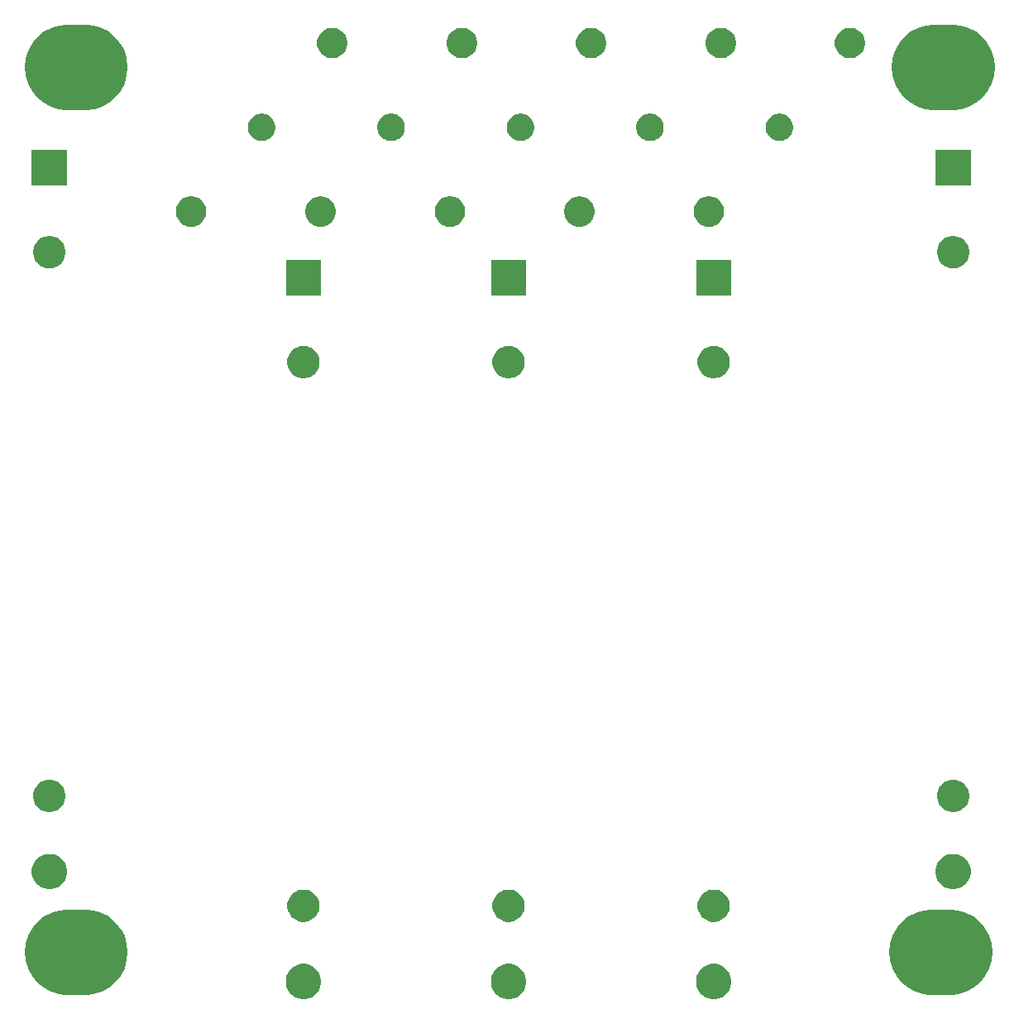
<source format=gbr>
G04 #@! TF.GenerationSoftware,KiCad,Pcbnew,(5.1.2)-2*
G04 #@! TF.CreationDate,2019-10-08T20:06:51+08:00*
G04 #@! TF.ProjectId,18650 holder,31383635-3020-4686-9f6c-6465722e6b69,rev?*
G04 #@! TF.SameCoordinates,Original*
G04 #@! TF.FileFunction,Soldermask,Bot*
G04 #@! TF.FilePolarity,Negative*
%FSLAX46Y46*%
G04 Gerber Fmt 4.6, Leading zero omitted, Abs format (unit mm)*
G04 Created by KiCad (PCBNEW (5.1.2)-2) date 2019-10-08 20:06:51*
%MOMM*%
%LPD*%
G04 APERTURE LIST*
%ADD10C,0.100000*%
G04 APERTURE END LIST*
D10*
G36*
X175525331Y-133518211D02*
G01*
X175853092Y-133653974D01*
X176148070Y-133851072D01*
X176398928Y-134101930D01*
X176596026Y-134396908D01*
X176731789Y-134724669D01*
X176801000Y-135072616D01*
X176801000Y-135427384D01*
X176731789Y-135775331D01*
X176596026Y-136103092D01*
X176398928Y-136398070D01*
X176148070Y-136648928D01*
X175853092Y-136846026D01*
X175525331Y-136981789D01*
X175177384Y-137051000D01*
X174822616Y-137051000D01*
X174474669Y-136981789D01*
X174146908Y-136846026D01*
X173851930Y-136648928D01*
X173601072Y-136398070D01*
X173403974Y-136103092D01*
X173268211Y-135775331D01*
X173199000Y-135427384D01*
X173199000Y-135072616D01*
X173268211Y-134724669D01*
X173403974Y-134396908D01*
X173601072Y-134101930D01*
X173851930Y-133851072D01*
X174146908Y-133653974D01*
X174474669Y-133518211D01*
X174822616Y-133449000D01*
X175177384Y-133449000D01*
X175525331Y-133518211D01*
X175525331Y-133518211D01*
G37*
G36*
X154525331Y-133518211D02*
G01*
X154853092Y-133653974D01*
X155148070Y-133851072D01*
X155398928Y-134101930D01*
X155596026Y-134396908D01*
X155731789Y-134724669D01*
X155801000Y-135072616D01*
X155801000Y-135427384D01*
X155731789Y-135775331D01*
X155596026Y-136103092D01*
X155398928Y-136398070D01*
X155148070Y-136648928D01*
X154853092Y-136846026D01*
X154525331Y-136981789D01*
X154177384Y-137051000D01*
X153822616Y-137051000D01*
X153474669Y-136981789D01*
X153146908Y-136846026D01*
X152851930Y-136648928D01*
X152601072Y-136398070D01*
X152403974Y-136103092D01*
X152268211Y-135775331D01*
X152199000Y-135427384D01*
X152199000Y-135072616D01*
X152268211Y-134724669D01*
X152403974Y-134396908D01*
X152601072Y-134101930D01*
X152851930Y-133851072D01*
X153146908Y-133653974D01*
X153474669Y-133518211D01*
X153822616Y-133449000D01*
X154177384Y-133449000D01*
X154525331Y-133518211D01*
X154525331Y-133518211D01*
G37*
G36*
X133525331Y-133518211D02*
G01*
X133853092Y-133653974D01*
X134148070Y-133851072D01*
X134398928Y-134101930D01*
X134596026Y-134396908D01*
X134731789Y-134724669D01*
X134801000Y-135072616D01*
X134801000Y-135427384D01*
X134731789Y-135775331D01*
X134596026Y-136103092D01*
X134398928Y-136398070D01*
X134148070Y-136648928D01*
X133853092Y-136846026D01*
X133525331Y-136981789D01*
X133177384Y-137051000D01*
X132822616Y-137051000D01*
X132474669Y-136981789D01*
X132146908Y-136846026D01*
X131851930Y-136648928D01*
X131601072Y-136398070D01*
X131403974Y-136103092D01*
X131268211Y-135775331D01*
X131199000Y-135427384D01*
X131199000Y-135072616D01*
X131268211Y-134724669D01*
X131403974Y-134396908D01*
X131601072Y-134101930D01*
X131851930Y-133851072D01*
X132146908Y-133653974D01*
X132474669Y-133518211D01*
X132822616Y-133449000D01*
X133177384Y-133449000D01*
X133525331Y-133518211D01*
X133525331Y-133518211D01*
G37*
G36*
X111502943Y-127961955D02*
G01*
X111913029Y-128086354D01*
X112323112Y-128210751D01*
X112323114Y-128210752D01*
X113078978Y-128614769D01*
X113078981Y-128614771D01*
X113078982Y-128614772D01*
X113741508Y-129158492D01*
X114169215Y-129679656D01*
X114285231Y-129821022D01*
X114689248Y-130576886D01*
X114938045Y-131397057D01*
X115022052Y-132250000D01*
X114938045Y-133102943D01*
X114689248Y-133923114D01*
X114285231Y-134678978D01*
X114285229Y-134678981D01*
X114285228Y-134678982D01*
X113741508Y-135341508D01*
X113189694Y-135794369D01*
X113078978Y-135885231D01*
X112323114Y-136289248D01*
X112323112Y-136289249D01*
X111964377Y-136398070D01*
X111502943Y-136538045D01*
X110863748Y-136601000D01*
X108636252Y-136601000D01*
X107997057Y-136538045D01*
X107535623Y-136398070D01*
X107176888Y-136289249D01*
X107176886Y-136289248D01*
X106421022Y-135885231D01*
X106310306Y-135794369D01*
X105758492Y-135341508D01*
X105214772Y-134678982D01*
X105214771Y-134678981D01*
X105214769Y-134678978D01*
X104810752Y-133923114D01*
X104561955Y-133102943D01*
X104477948Y-132250000D01*
X104561955Y-131397057D01*
X104810752Y-130576886D01*
X105214769Y-129821022D01*
X105330785Y-129679656D01*
X105758492Y-129158492D01*
X106421018Y-128614772D01*
X106421019Y-128614771D01*
X106421022Y-128614769D01*
X107176886Y-128210752D01*
X107176888Y-128210751D01*
X107586971Y-128086354D01*
X107997057Y-127961955D01*
X108636252Y-127899000D01*
X110863748Y-127899000D01*
X111502943Y-127961955D01*
X111502943Y-127961955D01*
G37*
G36*
X200002943Y-127961955D02*
G01*
X200413029Y-128086354D01*
X200823112Y-128210751D01*
X200823114Y-128210752D01*
X201578978Y-128614769D01*
X201578981Y-128614771D01*
X201578982Y-128614772D01*
X202241508Y-129158492D01*
X202669215Y-129679656D01*
X202785231Y-129821022D01*
X203189248Y-130576886D01*
X203438045Y-131397057D01*
X203522052Y-132250000D01*
X203438045Y-133102943D01*
X203189248Y-133923114D01*
X202785231Y-134678978D01*
X202785229Y-134678981D01*
X202785228Y-134678982D01*
X202241508Y-135341508D01*
X201689694Y-135794369D01*
X201578978Y-135885231D01*
X200823114Y-136289248D01*
X200823112Y-136289249D01*
X200464377Y-136398070D01*
X200002943Y-136538045D01*
X199363748Y-136601000D01*
X197136252Y-136601000D01*
X196497057Y-136538045D01*
X196035623Y-136398070D01*
X195676888Y-136289249D01*
X195676886Y-136289248D01*
X194921022Y-135885231D01*
X194810306Y-135794369D01*
X194258492Y-135341508D01*
X193714772Y-134678982D01*
X193714771Y-134678981D01*
X193714769Y-134678978D01*
X193310752Y-133923114D01*
X193061955Y-133102943D01*
X192977948Y-132250000D01*
X193061955Y-131397057D01*
X193310752Y-130576886D01*
X193714769Y-129821022D01*
X193830785Y-129679656D01*
X194258492Y-129158492D01*
X194921018Y-128614772D01*
X194921019Y-128614771D01*
X194921022Y-128614769D01*
X195676886Y-128210752D01*
X195676888Y-128210751D01*
X196086971Y-128086354D01*
X196497057Y-127961955D01*
X197136252Y-127899000D01*
X199363748Y-127899000D01*
X200002943Y-127961955D01*
X200002943Y-127961955D01*
G37*
G36*
X133375256Y-125896298D02*
G01*
X133481579Y-125917447D01*
X133782042Y-126041903D01*
X134052451Y-126222585D01*
X134282415Y-126452549D01*
X134463097Y-126722958D01*
X134587553Y-127023421D01*
X134651000Y-127342391D01*
X134651000Y-127667609D01*
X134587553Y-127986579D01*
X134463097Y-128287042D01*
X134282415Y-128557451D01*
X134052451Y-128787415D01*
X133782042Y-128968097D01*
X133481579Y-129092553D01*
X133375256Y-129113702D01*
X133162611Y-129156000D01*
X132837389Y-129156000D01*
X132624744Y-129113702D01*
X132518421Y-129092553D01*
X132217958Y-128968097D01*
X131947549Y-128787415D01*
X131717585Y-128557451D01*
X131536903Y-128287042D01*
X131412447Y-127986579D01*
X131349000Y-127667609D01*
X131349000Y-127342391D01*
X131412447Y-127023421D01*
X131536903Y-126722958D01*
X131717585Y-126452549D01*
X131947549Y-126222585D01*
X132217958Y-126041903D01*
X132518421Y-125917447D01*
X132624744Y-125896298D01*
X132837389Y-125854000D01*
X133162611Y-125854000D01*
X133375256Y-125896298D01*
X133375256Y-125896298D01*
G37*
G36*
X154375256Y-125896298D02*
G01*
X154481579Y-125917447D01*
X154782042Y-126041903D01*
X155052451Y-126222585D01*
X155282415Y-126452549D01*
X155463097Y-126722958D01*
X155587553Y-127023421D01*
X155651000Y-127342391D01*
X155651000Y-127667609D01*
X155587553Y-127986579D01*
X155463097Y-128287042D01*
X155282415Y-128557451D01*
X155052451Y-128787415D01*
X154782042Y-128968097D01*
X154481579Y-129092553D01*
X154375256Y-129113702D01*
X154162611Y-129156000D01*
X153837389Y-129156000D01*
X153624744Y-129113702D01*
X153518421Y-129092553D01*
X153217958Y-128968097D01*
X152947549Y-128787415D01*
X152717585Y-128557451D01*
X152536903Y-128287042D01*
X152412447Y-127986579D01*
X152349000Y-127667609D01*
X152349000Y-127342391D01*
X152412447Y-127023421D01*
X152536903Y-126722958D01*
X152717585Y-126452549D01*
X152947549Y-126222585D01*
X153217958Y-126041903D01*
X153518421Y-125917447D01*
X153624744Y-125896298D01*
X153837389Y-125854000D01*
X154162611Y-125854000D01*
X154375256Y-125896298D01*
X154375256Y-125896298D01*
G37*
G36*
X175375256Y-125896298D02*
G01*
X175481579Y-125917447D01*
X175782042Y-126041903D01*
X176052451Y-126222585D01*
X176282415Y-126452549D01*
X176463097Y-126722958D01*
X176587553Y-127023421D01*
X176651000Y-127342391D01*
X176651000Y-127667609D01*
X176587553Y-127986579D01*
X176463097Y-128287042D01*
X176282415Y-128557451D01*
X176052451Y-128787415D01*
X175782042Y-128968097D01*
X175481579Y-129092553D01*
X175375256Y-129113702D01*
X175162611Y-129156000D01*
X174837389Y-129156000D01*
X174624744Y-129113702D01*
X174518421Y-129092553D01*
X174217958Y-128968097D01*
X173947549Y-128787415D01*
X173717585Y-128557451D01*
X173536903Y-128287042D01*
X173412447Y-127986579D01*
X173349000Y-127667609D01*
X173349000Y-127342391D01*
X173412447Y-127023421D01*
X173536903Y-126722958D01*
X173717585Y-126452549D01*
X173947549Y-126222585D01*
X174217958Y-126041903D01*
X174518421Y-125917447D01*
X174624744Y-125896298D01*
X174837389Y-125854000D01*
X175162611Y-125854000D01*
X175375256Y-125896298D01*
X175375256Y-125896298D01*
G37*
G36*
X107525331Y-122268211D02*
G01*
X107853092Y-122403974D01*
X108148070Y-122601072D01*
X108398928Y-122851930D01*
X108596026Y-123146908D01*
X108731789Y-123474669D01*
X108801000Y-123822616D01*
X108801000Y-124177384D01*
X108731789Y-124525331D01*
X108596026Y-124853092D01*
X108398928Y-125148070D01*
X108148070Y-125398928D01*
X107853092Y-125596026D01*
X107525331Y-125731789D01*
X107177384Y-125801000D01*
X106822616Y-125801000D01*
X106474669Y-125731789D01*
X106146908Y-125596026D01*
X105851930Y-125398928D01*
X105601072Y-125148070D01*
X105403974Y-124853092D01*
X105268211Y-124525331D01*
X105199000Y-124177384D01*
X105199000Y-123822616D01*
X105268211Y-123474669D01*
X105403974Y-123146908D01*
X105601072Y-122851930D01*
X105851930Y-122601072D01*
X106146908Y-122403974D01*
X106474669Y-122268211D01*
X106822616Y-122199000D01*
X107177384Y-122199000D01*
X107525331Y-122268211D01*
X107525331Y-122268211D01*
G37*
G36*
X200025331Y-122268211D02*
G01*
X200353092Y-122403974D01*
X200648070Y-122601072D01*
X200898928Y-122851930D01*
X201096026Y-123146908D01*
X201231789Y-123474669D01*
X201301000Y-123822616D01*
X201301000Y-124177384D01*
X201231789Y-124525331D01*
X201096026Y-124853092D01*
X200898928Y-125148070D01*
X200648070Y-125398928D01*
X200353092Y-125596026D01*
X200025331Y-125731789D01*
X199677384Y-125801000D01*
X199322616Y-125801000D01*
X198974669Y-125731789D01*
X198646908Y-125596026D01*
X198351930Y-125398928D01*
X198101072Y-125148070D01*
X197903974Y-124853092D01*
X197768211Y-124525331D01*
X197699000Y-124177384D01*
X197699000Y-123822616D01*
X197768211Y-123474669D01*
X197903974Y-123146908D01*
X198101072Y-122851930D01*
X198351930Y-122601072D01*
X198646908Y-122403974D01*
X198974669Y-122268211D01*
X199322616Y-122199000D01*
X199677384Y-122199000D01*
X200025331Y-122268211D01*
X200025331Y-122268211D01*
G37*
G36*
X199875256Y-114646298D02*
G01*
X199981579Y-114667447D01*
X200282042Y-114791903D01*
X200552451Y-114972585D01*
X200782415Y-115202549D01*
X200963097Y-115472958D01*
X201087553Y-115773421D01*
X201151000Y-116092391D01*
X201151000Y-116417609D01*
X201087553Y-116736579D01*
X200963097Y-117037042D01*
X200782415Y-117307451D01*
X200552451Y-117537415D01*
X200282042Y-117718097D01*
X199981579Y-117842553D01*
X199875256Y-117863702D01*
X199662611Y-117906000D01*
X199337389Y-117906000D01*
X199124744Y-117863702D01*
X199018421Y-117842553D01*
X198717958Y-117718097D01*
X198447549Y-117537415D01*
X198217585Y-117307451D01*
X198036903Y-117037042D01*
X197912447Y-116736579D01*
X197849000Y-116417609D01*
X197849000Y-116092391D01*
X197912447Y-115773421D01*
X198036903Y-115472958D01*
X198217585Y-115202549D01*
X198447549Y-114972585D01*
X198717958Y-114791903D01*
X199018421Y-114667447D01*
X199124744Y-114646298D01*
X199337389Y-114604000D01*
X199662611Y-114604000D01*
X199875256Y-114646298D01*
X199875256Y-114646298D01*
G37*
G36*
X107375256Y-114646298D02*
G01*
X107481579Y-114667447D01*
X107782042Y-114791903D01*
X108052451Y-114972585D01*
X108282415Y-115202549D01*
X108463097Y-115472958D01*
X108587553Y-115773421D01*
X108651000Y-116092391D01*
X108651000Y-116417609D01*
X108587553Y-116736579D01*
X108463097Y-117037042D01*
X108282415Y-117307451D01*
X108052451Y-117537415D01*
X107782042Y-117718097D01*
X107481579Y-117842553D01*
X107375256Y-117863702D01*
X107162611Y-117906000D01*
X106837389Y-117906000D01*
X106624744Y-117863702D01*
X106518421Y-117842553D01*
X106217958Y-117718097D01*
X105947549Y-117537415D01*
X105717585Y-117307451D01*
X105536903Y-117037042D01*
X105412447Y-116736579D01*
X105349000Y-116417609D01*
X105349000Y-116092391D01*
X105412447Y-115773421D01*
X105536903Y-115472958D01*
X105717585Y-115202549D01*
X105947549Y-114972585D01*
X106217958Y-114791903D01*
X106518421Y-114667447D01*
X106624744Y-114646298D01*
X106837389Y-114604000D01*
X107162611Y-114604000D01*
X107375256Y-114646298D01*
X107375256Y-114646298D01*
G37*
G36*
X154375256Y-70286298D02*
G01*
X154481579Y-70307447D01*
X154782042Y-70431903D01*
X155052451Y-70612585D01*
X155282415Y-70842549D01*
X155463097Y-71112958D01*
X155587553Y-71413421D01*
X155651000Y-71732391D01*
X155651000Y-72057609D01*
X155587553Y-72376579D01*
X155463097Y-72677042D01*
X155282415Y-72947451D01*
X155052451Y-73177415D01*
X154782042Y-73358097D01*
X154481579Y-73482553D01*
X154375256Y-73503702D01*
X154162611Y-73546000D01*
X153837389Y-73546000D01*
X153624744Y-73503702D01*
X153518421Y-73482553D01*
X153217958Y-73358097D01*
X152947549Y-73177415D01*
X152717585Y-72947451D01*
X152536903Y-72677042D01*
X152412447Y-72376579D01*
X152349000Y-72057609D01*
X152349000Y-71732391D01*
X152412447Y-71413421D01*
X152536903Y-71112958D01*
X152717585Y-70842549D01*
X152947549Y-70612585D01*
X153217958Y-70431903D01*
X153518421Y-70307447D01*
X153624744Y-70286298D01*
X153837389Y-70244000D01*
X154162611Y-70244000D01*
X154375256Y-70286298D01*
X154375256Y-70286298D01*
G37*
G36*
X175375256Y-70286298D02*
G01*
X175481579Y-70307447D01*
X175782042Y-70431903D01*
X176052451Y-70612585D01*
X176282415Y-70842549D01*
X176463097Y-71112958D01*
X176587553Y-71413421D01*
X176651000Y-71732391D01*
X176651000Y-72057609D01*
X176587553Y-72376579D01*
X176463097Y-72677042D01*
X176282415Y-72947451D01*
X176052451Y-73177415D01*
X175782042Y-73358097D01*
X175481579Y-73482553D01*
X175375256Y-73503702D01*
X175162611Y-73546000D01*
X174837389Y-73546000D01*
X174624744Y-73503702D01*
X174518421Y-73482553D01*
X174217958Y-73358097D01*
X173947549Y-73177415D01*
X173717585Y-72947451D01*
X173536903Y-72677042D01*
X173412447Y-72376579D01*
X173349000Y-72057609D01*
X173349000Y-71732391D01*
X173412447Y-71413421D01*
X173536903Y-71112958D01*
X173717585Y-70842549D01*
X173947549Y-70612585D01*
X174217958Y-70431903D01*
X174518421Y-70307447D01*
X174624744Y-70286298D01*
X174837389Y-70244000D01*
X175162611Y-70244000D01*
X175375256Y-70286298D01*
X175375256Y-70286298D01*
G37*
G36*
X133375256Y-70286298D02*
G01*
X133481579Y-70307447D01*
X133782042Y-70431903D01*
X134052451Y-70612585D01*
X134282415Y-70842549D01*
X134463097Y-71112958D01*
X134587553Y-71413421D01*
X134651000Y-71732391D01*
X134651000Y-72057609D01*
X134587553Y-72376579D01*
X134463097Y-72677042D01*
X134282415Y-72947451D01*
X134052451Y-73177415D01*
X133782042Y-73358097D01*
X133481579Y-73482553D01*
X133375256Y-73503702D01*
X133162611Y-73546000D01*
X132837389Y-73546000D01*
X132624744Y-73503702D01*
X132518421Y-73482553D01*
X132217958Y-73358097D01*
X131947549Y-73177415D01*
X131717585Y-72947451D01*
X131536903Y-72677042D01*
X131412447Y-72376579D01*
X131349000Y-72057609D01*
X131349000Y-71732391D01*
X131412447Y-71413421D01*
X131536903Y-71112958D01*
X131717585Y-70842549D01*
X131947549Y-70612585D01*
X132217958Y-70431903D01*
X132518421Y-70307447D01*
X132624744Y-70286298D01*
X132837389Y-70244000D01*
X133162611Y-70244000D01*
X133375256Y-70286298D01*
X133375256Y-70286298D01*
G37*
G36*
X155801000Y-65051000D02*
G01*
X152199000Y-65051000D01*
X152199000Y-61449000D01*
X155801000Y-61449000D01*
X155801000Y-65051000D01*
X155801000Y-65051000D01*
G37*
G36*
X134801000Y-65051000D02*
G01*
X131199000Y-65051000D01*
X131199000Y-61449000D01*
X134801000Y-61449000D01*
X134801000Y-65051000D01*
X134801000Y-65051000D01*
G37*
G36*
X176801000Y-65051000D02*
G01*
X173199000Y-65051000D01*
X173199000Y-61449000D01*
X176801000Y-61449000D01*
X176801000Y-65051000D01*
X176801000Y-65051000D01*
G37*
G36*
X199875256Y-59036298D02*
G01*
X199981579Y-59057447D01*
X200282042Y-59181903D01*
X200552451Y-59362585D01*
X200782415Y-59592549D01*
X200963097Y-59862958D01*
X201087553Y-60163421D01*
X201151000Y-60482391D01*
X201151000Y-60807609D01*
X201087553Y-61126579D01*
X200963097Y-61427042D01*
X200782415Y-61697451D01*
X200552451Y-61927415D01*
X200282042Y-62108097D01*
X199981579Y-62232553D01*
X199875256Y-62253702D01*
X199662611Y-62296000D01*
X199337389Y-62296000D01*
X199124744Y-62253702D01*
X199018421Y-62232553D01*
X198717958Y-62108097D01*
X198447549Y-61927415D01*
X198217585Y-61697451D01*
X198036903Y-61427042D01*
X197912447Y-61126579D01*
X197849000Y-60807609D01*
X197849000Y-60482391D01*
X197912447Y-60163421D01*
X198036903Y-59862958D01*
X198217585Y-59592549D01*
X198447549Y-59362585D01*
X198717958Y-59181903D01*
X199018421Y-59057447D01*
X199124744Y-59036298D01*
X199337389Y-58994000D01*
X199662611Y-58994000D01*
X199875256Y-59036298D01*
X199875256Y-59036298D01*
G37*
G36*
X107375256Y-59036298D02*
G01*
X107481579Y-59057447D01*
X107782042Y-59181903D01*
X108052451Y-59362585D01*
X108282415Y-59592549D01*
X108463097Y-59862958D01*
X108587553Y-60163421D01*
X108651000Y-60482391D01*
X108651000Y-60807609D01*
X108587553Y-61126579D01*
X108463097Y-61427042D01*
X108282415Y-61697451D01*
X108052451Y-61927415D01*
X107782042Y-62108097D01*
X107481579Y-62232553D01*
X107375256Y-62253702D01*
X107162611Y-62296000D01*
X106837389Y-62296000D01*
X106624744Y-62253702D01*
X106518421Y-62232553D01*
X106217958Y-62108097D01*
X105947549Y-61927415D01*
X105717585Y-61697451D01*
X105536903Y-61427042D01*
X105412447Y-61126579D01*
X105349000Y-60807609D01*
X105349000Y-60482391D01*
X105412447Y-60163421D01*
X105536903Y-59862958D01*
X105717585Y-59592549D01*
X105947549Y-59362585D01*
X106217958Y-59181903D01*
X106518421Y-59057447D01*
X106624744Y-59036298D01*
X106837389Y-58994000D01*
X107162611Y-58994000D01*
X107375256Y-59036298D01*
X107375256Y-59036298D01*
G37*
G36*
X135052585Y-54978802D02*
G01*
X135202410Y-55008604D01*
X135484674Y-55125521D01*
X135738705Y-55295259D01*
X135954741Y-55511295D01*
X136124479Y-55765326D01*
X136241396Y-56047590D01*
X136301000Y-56347240D01*
X136301000Y-56652760D01*
X136241396Y-56952410D01*
X136124479Y-57234674D01*
X135954741Y-57488705D01*
X135738705Y-57704741D01*
X135484674Y-57874479D01*
X135202410Y-57991396D01*
X135052585Y-58021198D01*
X134902761Y-58051000D01*
X134597239Y-58051000D01*
X134447415Y-58021198D01*
X134297590Y-57991396D01*
X134015326Y-57874479D01*
X133761295Y-57704741D01*
X133545259Y-57488705D01*
X133375521Y-57234674D01*
X133258604Y-56952410D01*
X133199000Y-56652760D01*
X133199000Y-56347240D01*
X133258604Y-56047590D01*
X133375521Y-55765326D01*
X133545259Y-55511295D01*
X133761295Y-55295259D01*
X134015326Y-55125521D01*
X134297590Y-55008604D01*
X134447415Y-54978802D01*
X134597239Y-54949000D01*
X134902761Y-54949000D01*
X135052585Y-54978802D01*
X135052585Y-54978802D01*
G37*
G36*
X174802585Y-54978802D02*
G01*
X174952410Y-55008604D01*
X175234674Y-55125521D01*
X175488705Y-55295259D01*
X175704741Y-55511295D01*
X175874479Y-55765326D01*
X175991396Y-56047590D01*
X176051000Y-56347240D01*
X176051000Y-56652760D01*
X175991396Y-56952410D01*
X175874479Y-57234674D01*
X175704741Y-57488705D01*
X175488705Y-57704741D01*
X175234674Y-57874479D01*
X174952410Y-57991396D01*
X174802585Y-58021198D01*
X174652761Y-58051000D01*
X174347239Y-58051000D01*
X174197415Y-58021198D01*
X174047590Y-57991396D01*
X173765326Y-57874479D01*
X173511295Y-57704741D01*
X173295259Y-57488705D01*
X173125521Y-57234674D01*
X173008604Y-56952410D01*
X172949000Y-56652760D01*
X172949000Y-56347240D01*
X173008604Y-56047590D01*
X173125521Y-55765326D01*
X173295259Y-55511295D01*
X173511295Y-55295259D01*
X173765326Y-55125521D01*
X174047590Y-55008604D01*
X174197415Y-54978802D01*
X174347239Y-54949000D01*
X174652761Y-54949000D01*
X174802585Y-54978802D01*
X174802585Y-54978802D01*
G37*
G36*
X161552585Y-54978802D02*
G01*
X161702410Y-55008604D01*
X161984674Y-55125521D01*
X162238705Y-55295259D01*
X162454741Y-55511295D01*
X162624479Y-55765326D01*
X162741396Y-56047590D01*
X162801000Y-56347240D01*
X162801000Y-56652760D01*
X162741396Y-56952410D01*
X162624479Y-57234674D01*
X162454741Y-57488705D01*
X162238705Y-57704741D01*
X161984674Y-57874479D01*
X161702410Y-57991396D01*
X161552585Y-58021198D01*
X161402761Y-58051000D01*
X161097239Y-58051000D01*
X160947415Y-58021198D01*
X160797590Y-57991396D01*
X160515326Y-57874479D01*
X160261295Y-57704741D01*
X160045259Y-57488705D01*
X159875521Y-57234674D01*
X159758604Y-56952410D01*
X159699000Y-56652760D01*
X159699000Y-56347240D01*
X159758604Y-56047590D01*
X159875521Y-55765326D01*
X160045259Y-55511295D01*
X160261295Y-55295259D01*
X160515326Y-55125521D01*
X160797590Y-55008604D01*
X160947415Y-54978802D01*
X161097239Y-54949000D01*
X161402761Y-54949000D01*
X161552585Y-54978802D01*
X161552585Y-54978802D01*
G37*
G36*
X148302585Y-54978802D02*
G01*
X148452410Y-55008604D01*
X148734674Y-55125521D01*
X148988705Y-55295259D01*
X149204741Y-55511295D01*
X149374479Y-55765326D01*
X149491396Y-56047590D01*
X149551000Y-56347240D01*
X149551000Y-56652760D01*
X149491396Y-56952410D01*
X149374479Y-57234674D01*
X149204741Y-57488705D01*
X148988705Y-57704741D01*
X148734674Y-57874479D01*
X148452410Y-57991396D01*
X148302585Y-58021198D01*
X148152761Y-58051000D01*
X147847239Y-58051000D01*
X147697415Y-58021198D01*
X147547590Y-57991396D01*
X147265326Y-57874479D01*
X147011295Y-57704741D01*
X146795259Y-57488705D01*
X146625521Y-57234674D01*
X146508604Y-56952410D01*
X146449000Y-56652760D01*
X146449000Y-56347240D01*
X146508604Y-56047590D01*
X146625521Y-55765326D01*
X146795259Y-55511295D01*
X147011295Y-55295259D01*
X147265326Y-55125521D01*
X147547590Y-55008604D01*
X147697415Y-54978802D01*
X147847239Y-54949000D01*
X148152761Y-54949000D01*
X148302585Y-54978802D01*
X148302585Y-54978802D01*
G37*
G36*
X121802585Y-54978802D02*
G01*
X121952410Y-55008604D01*
X122234674Y-55125521D01*
X122488705Y-55295259D01*
X122704741Y-55511295D01*
X122874479Y-55765326D01*
X122991396Y-56047590D01*
X123051000Y-56347240D01*
X123051000Y-56652760D01*
X122991396Y-56952410D01*
X122874479Y-57234674D01*
X122704741Y-57488705D01*
X122488705Y-57704741D01*
X122234674Y-57874479D01*
X121952410Y-57991396D01*
X121802585Y-58021198D01*
X121652761Y-58051000D01*
X121347239Y-58051000D01*
X121197415Y-58021198D01*
X121047590Y-57991396D01*
X120765326Y-57874479D01*
X120511295Y-57704741D01*
X120295259Y-57488705D01*
X120125521Y-57234674D01*
X120008604Y-56952410D01*
X119949000Y-56652760D01*
X119949000Y-56347240D01*
X120008604Y-56047590D01*
X120125521Y-55765326D01*
X120295259Y-55511295D01*
X120511295Y-55295259D01*
X120765326Y-55125521D01*
X121047590Y-55008604D01*
X121197415Y-54978802D01*
X121347239Y-54949000D01*
X121652761Y-54949000D01*
X121802585Y-54978802D01*
X121802585Y-54978802D01*
G37*
G36*
X108801000Y-53801000D02*
G01*
X105199000Y-53801000D01*
X105199000Y-50199000D01*
X108801000Y-50199000D01*
X108801000Y-53801000D01*
X108801000Y-53801000D01*
G37*
G36*
X201301000Y-53801000D02*
G01*
X197699000Y-53801000D01*
X197699000Y-50199000D01*
X201301000Y-50199000D01*
X201301000Y-53801000D01*
X201301000Y-53801000D01*
G37*
G36*
X182049794Y-46516893D02*
G01*
X182140018Y-46534839D01*
X182245628Y-46578585D01*
X182394982Y-46640449D01*
X182394983Y-46640450D01*
X182624447Y-46793772D01*
X182819589Y-46988914D01*
X182922036Y-47142237D01*
X182972912Y-47218379D01*
X183078522Y-47473344D01*
X183132361Y-47744012D01*
X183132361Y-48019988D01*
X183078522Y-48290656D01*
X182972912Y-48545621D01*
X182972911Y-48545622D01*
X182819589Y-48775086D01*
X182624447Y-48970228D01*
X182471124Y-49072675D01*
X182394982Y-49123551D01*
X182245628Y-49185415D01*
X182140018Y-49229161D01*
X182049794Y-49247107D01*
X181869349Y-49283000D01*
X181593373Y-49283000D01*
X181412928Y-49247107D01*
X181322704Y-49229161D01*
X181217094Y-49185415D01*
X181067740Y-49123551D01*
X180991598Y-49072675D01*
X180838275Y-48970228D01*
X180643133Y-48775086D01*
X180489811Y-48545622D01*
X180489810Y-48545621D01*
X180384200Y-48290656D01*
X180330361Y-48019988D01*
X180330361Y-47744012D01*
X180384200Y-47473344D01*
X180489810Y-47218379D01*
X180540686Y-47142237D01*
X180643133Y-46988914D01*
X180838275Y-46793772D01*
X181067739Y-46640450D01*
X181067740Y-46640449D01*
X181217094Y-46578585D01*
X181322704Y-46534839D01*
X181412928Y-46516893D01*
X181593373Y-46481000D01*
X181869349Y-46481000D01*
X182049794Y-46516893D01*
X182049794Y-46516893D01*
G37*
G36*
X155549794Y-46516893D02*
G01*
X155640018Y-46534839D01*
X155745628Y-46578585D01*
X155894982Y-46640449D01*
X155894983Y-46640450D01*
X156124447Y-46793772D01*
X156319589Y-46988914D01*
X156422036Y-47142237D01*
X156472912Y-47218379D01*
X156578522Y-47473344D01*
X156632361Y-47744012D01*
X156632361Y-48019988D01*
X156578522Y-48290656D01*
X156472912Y-48545621D01*
X156472911Y-48545622D01*
X156319589Y-48775086D01*
X156124447Y-48970228D01*
X155971124Y-49072675D01*
X155894982Y-49123551D01*
X155745628Y-49185415D01*
X155640018Y-49229161D01*
X155549794Y-49247107D01*
X155369349Y-49283000D01*
X155093373Y-49283000D01*
X154912928Y-49247107D01*
X154822704Y-49229161D01*
X154717094Y-49185415D01*
X154567740Y-49123551D01*
X154491598Y-49072675D01*
X154338275Y-48970228D01*
X154143133Y-48775086D01*
X153989811Y-48545622D01*
X153989810Y-48545621D01*
X153884200Y-48290656D01*
X153830361Y-48019988D01*
X153830361Y-47744012D01*
X153884200Y-47473344D01*
X153989810Y-47218379D01*
X154040686Y-47142237D01*
X154143133Y-46988914D01*
X154338275Y-46793772D01*
X154567739Y-46640450D01*
X154567740Y-46640449D01*
X154717094Y-46578585D01*
X154822704Y-46534839D01*
X154912928Y-46516893D01*
X155093373Y-46481000D01*
X155369349Y-46481000D01*
X155549794Y-46516893D01*
X155549794Y-46516893D01*
G37*
G36*
X168799794Y-46516893D02*
G01*
X168890018Y-46534839D01*
X168995628Y-46578585D01*
X169144982Y-46640449D01*
X169144983Y-46640450D01*
X169374447Y-46793772D01*
X169569589Y-46988914D01*
X169672036Y-47142237D01*
X169722912Y-47218379D01*
X169828522Y-47473344D01*
X169882361Y-47744012D01*
X169882361Y-48019988D01*
X169828522Y-48290656D01*
X169722912Y-48545621D01*
X169722911Y-48545622D01*
X169569589Y-48775086D01*
X169374447Y-48970228D01*
X169221124Y-49072675D01*
X169144982Y-49123551D01*
X168995628Y-49185415D01*
X168890018Y-49229161D01*
X168799794Y-49247107D01*
X168619349Y-49283000D01*
X168343373Y-49283000D01*
X168162928Y-49247107D01*
X168072704Y-49229161D01*
X167967094Y-49185415D01*
X167817740Y-49123551D01*
X167741598Y-49072675D01*
X167588275Y-48970228D01*
X167393133Y-48775086D01*
X167239811Y-48545622D01*
X167239810Y-48545621D01*
X167134200Y-48290656D01*
X167080361Y-48019988D01*
X167080361Y-47744012D01*
X167134200Y-47473344D01*
X167239810Y-47218379D01*
X167290686Y-47142237D01*
X167393133Y-46988914D01*
X167588275Y-46793772D01*
X167817739Y-46640450D01*
X167817740Y-46640449D01*
X167967094Y-46578585D01*
X168072704Y-46534839D01*
X168162928Y-46516893D01*
X168343373Y-46481000D01*
X168619349Y-46481000D01*
X168799794Y-46516893D01*
X168799794Y-46516893D01*
G37*
G36*
X142299794Y-46516893D02*
G01*
X142390018Y-46534839D01*
X142495628Y-46578585D01*
X142644982Y-46640449D01*
X142644983Y-46640450D01*
X142874447Y-46793772D01*
X143069589Y-46988914D01*
X143172036Y-47142237D01*
X143222912Y-47218379D01*
X143328522Y-47473344D01*
X143382361Y-47744012D01*
X143382361Y-48019988D01*
X143328522Y-48290656D01*
X143222912Y-48545621D01*
X143222911Y-48545622D01*
X143069589Y-48775086D01*
X142874447Y-48970228D01*
X142721124Y-49072675D01*
X142644982Y-49123551D01*
X142495628Y-49185415D01*
X142390018Y-49229161D01*
X142299794Y-49247107D01*
X142119349Y-49283000D01*
X141843373Y-49283000D01*
X141662928Y-49247107D01*
X141572704Y-49229161D01*
X141467094Y-49185415D01*
X141317740Y-49123551D01*
X141241598Y-49072675D01*
X141088275Y-48970228D01*
X140893133Y-48775086D01*
X140739811Y-48545622D01*
X140739810Y-48545621D01*
X140634200Y-48290656D01*
X140580361Y-48019988D01*
X140580361Y-47744012D01*
X140634200Y-47473344D01*
X140739810Y-47218379D01*
X140790686Y-47142237D01*
X140893133Y-46988914D01*
X141088275Y-46793772D01*
X141317739Y-46640450D01*
X141317740Y-46640449D01*
X141467094Y-46578585D01*
X141572704Y-46534839D01*
X141662928Y-46516893D01*
X141843373Y-46481000D01*
X142119349Y-46481000D01*
X142299794Y-46516893D01*
X142299794Y-46516893D01*
G37*
G36*
X129049794Y-46516893D02*
G01*
X129140018Y-46534839D01*
X129245628Y-46578585D01*
X129394982Y-46640449D01*
X129394983Y-46640450D01*
X129624447Y-46793772D01*
X129819589Y-46988914D01*
X129922036Y-47142237D01*
X129972912Y-47218379D01*
X130078522Y-47473344D01*
X130132361Y-47744012D01*
X130132361Y-48019988D01*
X130078522Y-48290656D01*
X129972912Y-48545621D01*
X129972911Y-48545622D01*
X129819589Y-48775086D01*
X129624447Y-48970228D01*
X129471124Y-49072675D01*
X129394982Y-49123551D01*
X129245628Y-49185415D01*
X129140018Y-49229161D01*
X129049794Y-49247107D01*
X128869349Y-49283000D01*
X128593373Y-49283000D01*
X128412928Y-49247107D01*
X128322704Y-49229161D01*
X128217094Y-49185415D01*
X128067740Y-49123551D01*
X127991598Y-49072675D01*
X127838275Y-48970228D01*
X127643133Y-48775086D01*
X127489811Y-48545622D01*
X127489810Y-48545621D01*
X127384200Y-48290656D01*
X127330361Y-48019988D01*
X127330361Y-47744012D01*
X127384200Y-47473344D01*
X127489810Y-47218379D01*
X127540686Y-47142237D01*
X127643133Y-46988914D01*
X127838275Y-46793772D01*
X128067739Y-46640450D01*
X128067740Y-46640449D01*
X128217094Y-46578585D01*
X128322704Y-46534839D01*
X128412928Y-46516893D01*
X128593373Y-46481000D01*
X128869349Y-46481000D01*
X129049794Y-46516893D01*
X129049794Y-46516893D01*
G37*
G36*
X200252943Y-37461955D02*
G01*
X200663029Y-37586354D01*
X201073112Y-37710751D01*
X201073114Y-37710752D01*
X201828978Y-38114769D01*
X201828981Y-38114771D01*
X201828982Y-38114772D01*
X202491508Y-38658492D01*
X202919215Y-39179656D01*
X203035231Y-39321022D01*
X203290715Y-39799000D01*
X203439249Y-40076888D01*
X203521898Y-40349344D01*
X203688045Y-40897057D01*
X203772052Y-41750000D01*
X203688045Y-42602943D01*
X203439248Y-43423114D01*
X203035231Y-44178978D01*
X203035229Y-44178981D01*
X203035228Y-44178982D01*
X202491508Y-44841508D01*
X201939694Y-45294369D01*
X201828978Y-45385231D01*
X201073114Y-45789248D01*
X201073112Y-45789249D01*
X200663029Y-45913646D01*
X200252943Y-46038045D01*
X199613748Y-46101000D01*
X197386252Y-46101000D01*
X196747057Y-46038045D01*
X196336971Y-45913646D01*
X195926888Y-45789249D01*
X195926886Y-45789248D01*
X195171022Y-45385231D01*
X195060306Y-45294369D01*
X194508492Y-44841508D01*
X193964772Y-44178982D01*
X193964771Y-44178981D01*
X193964769Y-44178978D01*
X193560752Y-43423114D01*
X193311955Y-42602943D01*
X193227948Y-41750000D01*
X193311955Y-40897057D01*
X193478102Y-40349344D01*
X193560751Y-40076888D01*
X193709285Y-39799000D01*
X193964769Y-39321022D01*
X194080785Y-39179656D01*
X194508492Y-38658492D01*
X195171018Y-38114772D01*
X195171019Y-38114771D01*
X195171022Y-38114769D01*
X195926886Y-37710752D01*
X195926888Y-37710751D01*
X196336971Y-37586354D01*
X196747057Y-37461955D01*
X197386252Y-37399000D01*
X199613748Y-37399000D01*
X200252943Y-37461955D01*
X200252943Y-37461955D01*
G37*
G36*
X111502943Y-37461955D02*
G01*
X111913029Y-37586354D01*
X112323112Y-37710751D01*
X112323114Y-37710752D01*
X113078978Y-38114769D01*
X113078981Y-38114771D01*
X113078982Y-38114772D01*
X113741508Y-38658492D01*
X114169215Y-39179656D01*
X114285231Y-39321022D01*
X114540715Y-39799000D01*
X114689249Y-40076888D01*
X114771898Y-40349344D01*
X114938045Y-40897057D01*
X115022052Y-41750000D01*
X114938045Y-42602943D01*
X114689248Y-43423114D01*
X114285231Y-44178978D01*
X114285229Y-44178981D01*
X114285228Y-44178982D01*
X113741508Y-44841508D01*
X113189694Y-45294369D01*
X113078978Y-45385231D01*
X112323114Y-45789248D01*
X112323112Y-45789249D01*
X111913029Y-45913646D01*
X111502943Y-46038045D01*
X110863748Y-46101000D01*
X108636252Y-46101000D01*
X107997057Y-46038045D01*
X107586971Y-45913646D01*
X107176888Y-45789249D01*
X107176886Y-45789248D01*
X106421022Y-45385231D01*
X106310306Y-45294369D01*
X105758492Y-44841508D01*
X105214772Y-44178982D01*
X105214771Y-44178981D01*
X105214769Y-44178978D01*
X104810752Y-43423114D01*
X104561955Y-42602943D01*
X104477948Y-41750000D01*
X104561955Y-40897057D01*
X104728102Y-40349344D01*
X104810751Y-40076888D01*
X104959285Y-39799000D01*
X105214769Y-39321022D01*
X105330785Y-39179656D01*
X105758492Y-38658492D01*
X106421018Y-38114772D01*
X106421019Y-38114771D01*
X106421022Y-38114769D01*
X107176886Y-37710752D01*
X107176888Y-37710751D01*
X107586971Y-37586354D01*
X107997057Y-37461955D01*
X108636252Y-37399000D01*
X110863748Y-37399000D01*
X111502943Y-37461955D01*
X111502943Y-37461955D01*
G37*
G36*
X149515306Y-37742802D02*
G01*
X149665131Y-37772604D01*
X149947395Y-37889521D01*
X150201426Y-38059259D01*
X150417462Y-38275295D01*
X150587200Y-38529326D01*
X150704117Y-38811590D01*
X150763721Y-39111240D01*
X150763721Y-39416760D01*
X150704117Y-39716410D01*
X150587200Y-39998674D01*
X150417462Y-40252705D01*
X150201426Y-40468741D01*
X149947395Y-40638479D01*
X149665131Y-40755396D01*
X149532655Y-40781747D01*
X149365482Y-40815000D01*
X149059960Y-40815000D01*
X148892787Y-40781747D01*
X148760311Y-40755396D01*
X148478047Y-40638479D01*
X148224016Y-40468741D01*
X148007980Y-40252705D01*
X147838242Y-39998674D01*
X147721325Y-39716410D01*
X147661721Y-39416760D01*
X147661721Y-39111240D01*
X147721325Y-38811590D01*
X147838242Y-38529326D01*
X148007980Y-38275295D01*
X148224016Y-38059259D01*
X148478047Y-37889521D01*
X148760311Y-37772604D01*
X148910136Y-37742802D01*
X149059960Y-37713000D01*
X149365482Y-37713000D01*
X149515306Y-37742802D01*
X149515306Y-37742802D01*
G37*
G36*
X162765306Y-37742802D02*
G01*
X162915131Y-37772604D01*
X163197395Y-37889521D01*
X163451426Y-38059259D01*
X163667462Y-38275295D01*
X163837200Y-38529326D01*
X163954117Y-38811590D01*
X164013721Y-39111240D01*
X164013721Y-39416760D01*
X163954117Y-39716410D01*
X163837200Y-39998674D01*
X163667462Y-40252705D01*
X163451426Y-40468741D01*
X163197395Y-40638479D01*
X162915131Y-40755396D01*
X162782655Y-40781747D01*
X162615482Y-40815000D01*
X162309960Y-40815000D01*
X162142787Y-40781747D01*
X162010311Y-40755396D01*
X161728047Y-40638479D01*
X161474016Y-40468741D01*
X161257980Y-40252705D01*
X161088242Y-39998674D01*
X160971325Y-39716410D01*
X160911721Y-39416760D01*
X160911721Y-39111240D01*
X160971325Y-38811590D01*
X161088242Y-38529326D01*
X161257980Y-38275295D01*
X161474016Y-38059259D01*
X161728047Y-37889521D01*
X162010311Y-37772604D01*
X162160136Y-37742802D01*
X162309960Y-37713000D01*
X162615482Y-37713000D01*
X162765306Y-37742802D01*
X162765306Y-37742802D01*
G37*
G36*
X176015306Y-37742802D02*
G01*
X176165131Y-37772604D01*
X176447395Y-37889521D01*
X176701426Y-38059259D01*
X176917462Y-38275295D01*
X177087200Y-38529326D01*
X177204117Y-38811590D01*
X177263721Y-39111240D01*
X177263721Y-39416760D01*
X177204117Y-39716410D01*
X177087200Y-39998674D01*
X176917462Y-40252705D01*
X176701426Y-40468741D01*
X176447395Y-40638479D01*
X176165131Y-40755396D01*
X176032655Y-40781747D01*
X175865482Y-40815000D01*
X175559960Y-40815000D01*
X175392787Y-40781747D01*
X175260311Y-40755396D01*
X174978047Y-40638479D01*
X174724016Y-40468741D01*
X174507980Y-40252705D01*
X174338242Y-39998674D01*
X174221325Y-39716410D01*
X174161721Y-39416760D01*
X174161721Y-39111240D01*
X174221325Y-38811590D01*
X174338242Y-38529326D01*
X174507980Y-38275295D01*
X174724016Y-38059259D01*
X174978047Y-37889521D01*
X175260311Y-37772604D01*
X175410136Y-37742802D01*
X175559960Y-37713000D01*
X175865482Y-37713000D01*
X176015306Y-37742802D01*
X176015306Y-37742802D01*
G37*
G36*
X189265306Y-37742802D02*
G01*
X189415131Y-37772604D01*
X189697395Y-37889521D01*
X189951426Y-38059259D01*
X190167462Y-38275295D01*
X190337200Y-38529326D01*
X190454117Y-38811590D01*
X190513721Y-39111240D01*
X190513721Y-39416760D01*
X190454117Y-39716410D01*
X190337200Y-39998674D01*
X190167462Y-40252705D01*
X189951426Y-40468741D01*
X189697395Y-40638479D01*
X189415131Y-40755396D01*
X189282655Y-40781747D01*
X189115482Y-40815000D01*
X188809960Y-40815000D01*
X188642787Y-40781747D01*
X188510311Y-40755396D01*
X188228047Y-40638479D01*
X187974016Y-40468741D01*
X187757980Y-40252705D01*
X187588242Y-39998674D01*
X187471325Y-39716410D01*
X187411721Y-39416760D01*
X187411721Y-39111240D01*
X187471325Y-38811590D01*
X187588242Y-38529326D01*
X187757980Y-38275295D01*
X187974016Y-38059259D01*
X188228047Y-37889521D01*
X188510311Y-37772604D01*
X188660136Y-37742802D01*
X188809960Y-37713000D01*
X189115482Y-37713000D01*
X189265306Y-37742802D01*
X189265306Y-37742802D01*
G37*
G36*
X136265306Y-37742802D02*
G01*
X136415131Y-37772604D01*
X136697395Y-37889521D01*
X136951426Y-38059259D01*
X137167462Y-38275295D01*
X137337200Y-38529326D01*
X137454117Y-38811590D01*
X137513721Y-39111240D01*
X137513721Y-39416760D01*
X137454117Y-39716410D01*
X137337200Y-39998674D01*
X137167462Y-40252705D01*
X136951426Y-40468741D01*
X136697395Y-40638479D01*
X136415131Y-40755396D01*
X136282655Y-40781747D01*
X136115482Y-40815000D01*
X135809960Y-40815000D01*
X135642787Y-40781747D01*
X135510311Y-40755396D01*
X135228047Y-40638479D01*
X134974016Y-40468741D01*
X134757980Y-40252705D01*
X134588242Y-39998674D01*
X134471325Y-39716410D01*
X134411721Y-39416760D01*
X134411721Y-39111240D01*
X134471325Y-38811590D01*
X134588242Y-38529326D01*
X134757980Y-38275295D01*
X134974016Y-38059259D01*
X135228047Y-37889521D01*
X135510311Y-37772604D01*
X135660136Y-37742802D01*
X135809960Y-37713000D01*
X136115482Y-37713000D01*
X136265306Y-37742802D01*
X136265306Y-37742802D01*
G37*
M02*

</source>
